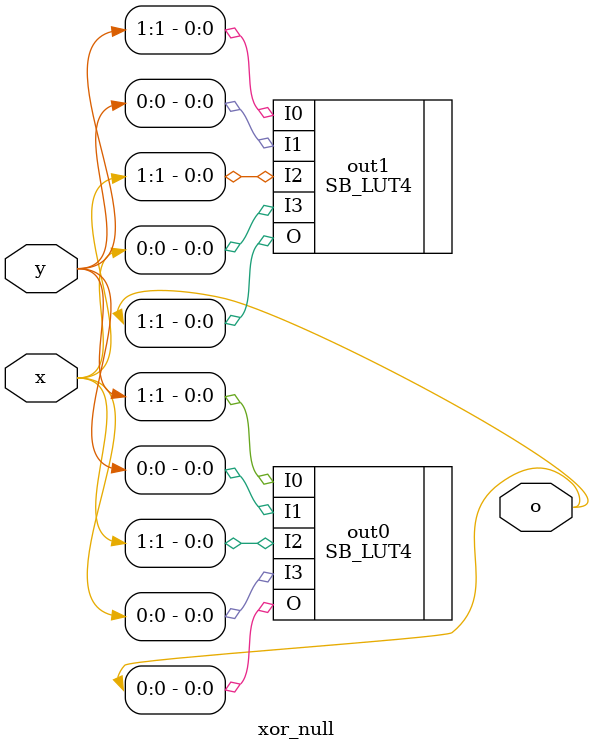
<source format=v>

localparam IN_BITS = 48;
localparam OUT_BITS = 53;
localparam IN_ADDR_BITS = 6;
localparam OUT_ADDR_BITS = 6;

module top (
	output LED0,
	output LED1,
	output LED2,
	output LED3,
	output LED4,
	output LED5,
	output LED6,
	output LED7
);
	wire [(IN_BITS-1):0] serial_inputs;
	reg [(IN_BITS-1):0] last_vals = 48'b010101010101010101010101010101010101010101010110;
	wire [(IN_BITS-1):0] outputs;

	reg work_phase = 0;
	reg high_null_phase = 1;

	wire data_is_ready;
	wire high_null_ready;
	wire low_null_ready;

	wire [(OUT_BITS-1):0] serial_outputs = {high_null_ready, low_null_ready, data_is_ready, work_phase, high_null_phase,  /* outputs */  /*combo_inputs*/ last_vals};

	data_ready dr(outputs, data_is_ready);
	high_null_ready hnr(outputs, high_null_ready);
	low_null_ready lnr(outputs, low_null_ready);
	wire phase_finished = low_null_ready | high_null_ready | data_is_ready;

	assign LED7 = last_vals[IN_BITS-1];
	assign LED6 = last_vals[IN_BITS-3];
	assign LED5 = last_vals[IN_BITS-5];
	assign LED4 = last_vals[IN_BITS-7];
	assign LED3 = last_vals[IN_BITS-9];
	assign LED2 = last_vals[IN_BITS-11];
	assign LED1 = last_vals[IN_BITS-13];
	assign LED0 = last_vals[IN_BITS-15];

	wire [(IN_BITS-1):0] combo_inputs;

	always @(*)
	begin
		if(work_phase) begin
			combo_inputs = last_vals;
		end else if(high_null_phase) begin
			combo_inputs = 48'b111111111111111111111111111111111111111111111111;
		end else begin
			combo_inputs = 48'b000000000000000000000000000000000000000000000000;
		end
	end

	// TODO: Remove clock buffer
	always @(posedge data_is_ready)
	begin
		last_vals <= outputs;
	end


//  always @(posedge phase_finished)
	always @(*)
	begin
		if(data_is_ready) begin
			high_null_phase <= 1;
			work_phase <= 0;
		end else if(high_null_ready) begin
			high_null_phase <= 0;
			work_phase <= 0;
		end else if(low_null_ready) begin
			high_null_phase <= 0;
			work_phase <= 1;
		end
	end

	inc_test test(combo_inputs, outputs);

endmodule

module data_ready(input [(IN_BITS-1):0] outputs,
					  output ready);
    assign ready = (outputs[0 ] ^ outputs[1]) &
                   (outputs[2 ] ^ outputs[3]) &
                   (outputs[4 ] ^ outputs[5]) &
                   (outputs[6 ] ^ outputs[7]) &
                   (outputs[8 ] ^ outputs[9]) &
                   (outputs[10] ^ outputs[11]) &
                   (outputs[12] ^ outputs[13]) &
                   (outputs[14] ^ outputs[15]) &
                   (outputs[16] ^ outputs[17]) &
                   (outputs[18] ^ outputs[19]) &
                   (outputs[20] ^ outputs[21]) &
                   (outputs[22] ^ outputs[23]) &
                   (outputs[24] ^ outputs[25]) &
                   (outputs[26] ^ outputs[27]) &
                   (outputs[28] ^ outputs[29]) &
                   (outputs[30] ^ outputs[31]) &
                   (outputs[32] ^ outputs[33]) &
                   (outputs[34] ^ outputs[35]) &
                   (outputs[36] ^ outputs[37]) &
                   (outputs[38] ^ outputs[39]) &
                   (outputs[40] ^ outputs[41]) &
                   (outputs[42] ^ outputs[43]) &
                   (outputs[44] ^ outputs[45]) &
                   (outputs[46] ^ outputs[47]);
endmodule

module high_null_ready(input [(IN_BITS-1):0] outputs,
					  output ready);
    assign ready = (outputs[0 ] & outputs[1]) &
                   (outputs[2 ] & outputs[3]) &
                   (outputs[4 ] & outputs[5]) &
                   (outputs[6 ] & outputs[7]) &
                   (outputs[8 ] & outputs[9]) &
                   (outputs[10] & outputs[11]) &
                   (outputs[12] & outputs[13]) &
                   (outputs[14] & outputs[15]) &
                   (outputs[16] & outputs[17]) &
                   (outputs[18] & outputs[19]) &
                   (outputs[20] & outputs[21]) &
                   (outputs[22] & outputs[23]) &
                   (outputs[24] & outputs[25]) &
                   (outputs[26] & outputs[27]) &
                   (outputs[28] & outputs[29]) &
                   (outputs[30] & outputs[31]) &
                   (outputs[32] & outputs[33]) &
                   (outputs[34] & outputs[35]) &
                   (outputs[36] & outputs[37]) &
                   (outputs[38] & outputs[39]) &
                   (outputs[40] & outputs[41]) &
                   (outputs[42] & outputs[43]) &
                   (outputs[44] & outputs[45]) &
                   (outputs[46] & outputs[47]);
endmodule

module low_null_ready(input [(IN_BITS-1):0] outputs,
					  output ready);
    assign ready = ((!outputs[0 ]) & (!outputs[1])) &
                   ((!outputs[2 ]) & (!outputs[3])) &
                   ((!outputs[4 ]) & (!outputs[5])) &
                   ((!outputs[6 ]) & (!outputs[7])) &
                   ((!outputs[8 ]) & (!outputs[9])) &
                   ((!outputs[10]) & (!outputs[11])) &
                   ((!outputs[12]) & (!outputs[13])) &
                   ((!outputs[14]) & (!outputs[15])) &
                   ((!outputs[16]) & (!outputs[17])) &
                   ((!outputs[18]) & (!outputs[19])) &
                   ((!outputs[20]) & (!outputs[21])) &
                   ((!outputs[22]) & (!outputs[23])) &
                   ((!outputs[24]) & (!outputs[25])) &
                   ((!outputs[26]) & (!outputs[27])) &
                   ((!outputs[28]) & (!outputs[29])) &
                   ((!outputs[30]) & (!outputs[31])) &
                   ((!outputs[32]) & (!outputs[33])) &
                   ((!outputs[34]) & (!outputs[35])) &
                   ((!outputs[36]) & (!outputs[37])) &
                   ((!outputs[38]) & (!outputs[39])) &
                   ((!outputs[40]) & (!outputs[41])) &
                   ((!outputs[42]) & (!outputs[43])) &
                   ((!outputs[44]) & (!outputs[45])) &
                   ((!outputs[46]) & (!outputs[47]));
endmodule

module inc_test(input [(IN_BITS-1):0] inputs,
			    output [(IN_BITS-1):0] outputs);
	wire [1:0] c0;
	inc_null inc0(
		.a(inputs[1:0]),
		.s(outputs[1:0]),
		.c_out(c0)
	);

	wire [1:0] c1;
	carry_null inc1(
		.a(inputs[3:2]),
		.c_in(c0),
		.s(outputs[3:2]),
		.c_out(c1)
	);

	wire [1:0] c2;
	carry_null inc2(
		.a(inputs[5:4]),
		.c_in(c1),
		.s(outputs[5:4]),
		.c_out(c2)
	);

	wire [1:0] c3;
	carry_null inc3(
		.a(inputs[7:6]),
		.c_in(c2),
		.s(outputs[7:6]),
		.c_out(c3)
	);

	wire [1:0] c4;
	carry_null inc4(
		.a(inputs[9:8]),
		.c_in(c3),
		.s(outputs[9:8]),
		.c_out(c4)
	);

	wire [1:0] c5;
	carry_null inc5(
		.a(inputs[11:10]),
		.c_in(c4),
		.s(outputs[11:10]),
		.c_out(c5)
	);

	wire [1:0] c6;
	carry_null inc6(
		.a(inputs[13:12]),
		.c_in(c5),
		.s(outputs[13:12]),
		.c_out(c6)
	);

	wire [1:0] c7;
	carry_null inc7(
		.a(inputs[15:14]),
		.c_in(c6),
		.s(outputs[15:14]),
		.c_out(c7)
	);

	wire [1:0] c8;
	carry_null inc8(
		.a(inputs[17:16]),
		.c_in(c7),
		.s(outputs[17:16]),
		.c_out(c8)
	);

	wire [1:0] c9;
	carry_null inc9(
		.a(inputs[19:18]),
		.c_in(c8),
		.s(outputs[19:18]),
		.c_out(c9)
	);

	wire [1:0] c10;
	carry_null inc10(
		.a(inputs[21:20]),
		.c_in(c9),
		.s(outputs[21:20]),
		.c_out(c10)
	);

	wire [1:0] c11;
	carry_null inc11(
		.a(inputs[23:22]),
		.c_in(c10),
		.s(outputs[23:22]),
		.c_out(c11)
	);

	wire [1:0] c12;
	carry_null inc12(
		.a(inputs[25:24]),
		.c_in(c11),
		.s(outputs[25:24]),
		.c_out(c12)
	);

	wire [1:0] c13;
	carry_null inc13(
		.a(inputs[27:26]),
		.c_in(c12),
		.s(outputs[27:26]),
		.c_out(c13)
	);

	wire [1:0] c14;
	carry_null inc14(
		.a(inputs[29:28]),
		.c_in(c13),
		.s(outputs[29:28]),
		.c_out(c14)
	);

	wire [1:0] c15;
	carry_null inc15(
		.a(inputs[31:30]),
		.c_in(c14),
		.s(outputs[31:30]),
		.c_out(c15)
	);

	wire [1:0] c16;
	carry_null inc16(
		.a(inputs[33:32]),
		.c_in(c15),
		.s(outputs[33:32]),
		.c_out(c16)
	);

	wire [1:0] c17;
	carry_null inc17(
		.a(inputs[35:34]),
		.c_in(c16),
		.s(outputs[35:34]),
		.c_out(c17)
	);

	wire [1:0] c18;
	carry_null inc18(
		.a(inputs[37:36]),
		.c_in(c17),
		.s(outputs[37:36]),
		.c_out(c18)
	);

	wire [1:0] c19;
	carry_null inc19(
		.a(inputs[39:38]),
		.c_in(c18),
		.s(outputs[39:38]),
		.c_out(c19)
	);

	wire [1:0] c20;
	carry_null inc20(
		.a(inputs[41:40]),
		.c_in(c19),
		.s(outputs[41:40]),
		.c_out(c20)
	);

	wire [1:0] c21;
	carry_null inc21(
		.a(inputs[43:42]),
		.c_in(c20),
		.s(outputs[43:42]),
		.c_out(c21)
	);

	wire [1:0] c22;
	carry_null inc22(
		.a(inputs[45:44]),
		.c_in(c21),
		.s(outputs[45:44]),
		.c_out(c22)
	);

	wire [1:0] from_buffer;
	wire [1:0] direct;

	// Speed adjustment
	localparam HIGH_SPEED = 0;
	assign outputs[47:46] = HIGH_SPEED ? direct : from_buffer;

	SB_LUT4 #(
		.LUT_INIT(16'd10)
	) buffer1 (
		.O(from_buffer[0]),
		.I0(direct[0]),
		.I1(1'b0),
		.I2(1'b0),
		.I3(1'b0)
	);
	SB_LUT4 #(
		.LUT_INIT(16'd10)
	) buffer2 (
		.O(from_buffer[1]),
		.I0(direct[1]),
		.I1(1'b0),
		.I2(1'b0),
		.I3(1'b0)
	);


	wire [1:0] c23;
	carry_null inc23(
		.a(inputs[47:46]),
		.c_in(c22),
		.s(direct),
		.c_out(c23)
	);
endmodule

module full_add_null(input [1:0] a,
					 input [1:0] b,
					 input [1:0] c_in,
					 output [1:0] s,
					 output [1:0] c_out);
	// First layer
	wire [1:0] xor0_out;
	wire [1:0] and0_out;
	xor_null xor0(a, b, xor0_out);
	and_null and0(a, b, and0_out);

	// Second layer
	wire [1:0] and1_out;
	and_null and1(xor0_out, c_in, and1_out);
	xor_null xor1(xor0_out, c_in, s);

	// Third layer
	wire [1:0] or2_out;
	or_null or2(and0_out, and1_out, c_out);
endmodule

module inc_null(input [1:0] a,
				 output [1:0] s,
				 output [1:0] c_out);
	inv_null inv(a, s);
	assign c_out = a;
endmodule

module carry_null(input [1:0] a,
					 input [1:0] c_in,
					 output [1:0] s,
					 output [1:0] c_out);

	wire [1:0] and1_out;
	and_null and1(a, c_in, c_out);
	xor_null xor1(a, c_in, s);

endmodule

module inv_null(input [1:0] x,
				 output [1:0] o);
	assign o[1] = x[0];
	assign o[0] = x[1];
endmodule

module nand_null(input [1:0] x,
				 input [1:0] y,
				 output [1:0] o);

	SB_LUT4 #(
		.LUT_INIT(16'b1001000000101000)
	) out0 (
		.O(o[0]),
		.I0(y[1]),
		.I1(y[0]),
		.I2(x[1]),
		.I3(x[0])
	);

	SB_LUT4 #(
		.LUT_INIT(16'b1001011001001000)
	) out1 (
		.O(o[1]),
		.I0(y[1]),
		.I1(y[0]),
		.I2(x[1]),
		.I3(x[0])
	);

endmodule

module and_null(input [1:0] x,
				 input [1:0] y,
				 output [1:0] o);

	SB_LUT4 #(
		.LUT_INIT(16'b1001011001001000)
	) out0 (
		.O(o[0]),
		.I0(y[1]),
		.I1(y[0]),
		.I2(x[1]),
		.I3(x[0])
	);

	SB_LUT4 #(
		.LUT_INIT(16'b1001000000101000)
	) out1 (
		.O(o[1]),
		.I0(y[1]),
		.I1(y[0]),
		.I2(x[1]),
		.I3(x[0])
	);

endmodule

module or_null(input [1:0] x,
				 input [1:0] y,
				 output [1:0] o);

	SB_LUT4 #(
		.LUT_INIT(16'b1001010000001000)
	) out0 (
		.O(o[0]),
		.I0(y[1]),
		.I1(y[0]),
		.I2(x[1]),
		.I3(x[0])
	);

	SB_LUT4 #(
		.LUT_INIT(16'b1001001001101000)
	) out1 (
		.O(o[1]),
		.I0(y[1]),
		.I1(y[0]),
		.I2(x[1]),
		.I3(x[0])
	);

endmodule

module xor_null(input [1:0] x,
				 input [1:0] y,
				 output [1:0] o);

	SB_LUT4 #(
		.LUT_INIT(16'b1001010000101000)
	) out0 (
		.O(o[0]),
		.I0(y[1]),
		.I1(y[0]),
		.I2(x[1]),
		.I3(x[0])
	);

	SB_LUT4 #(
		.LUT_INIT(16'b1001001001001000)
	) out1 (
		.O(o[1]),
		.I0(y[1]),
		.I1(y[0]),
		.I2(x[1]),
		.I3(x[0])
	);

endmodule

</source>
